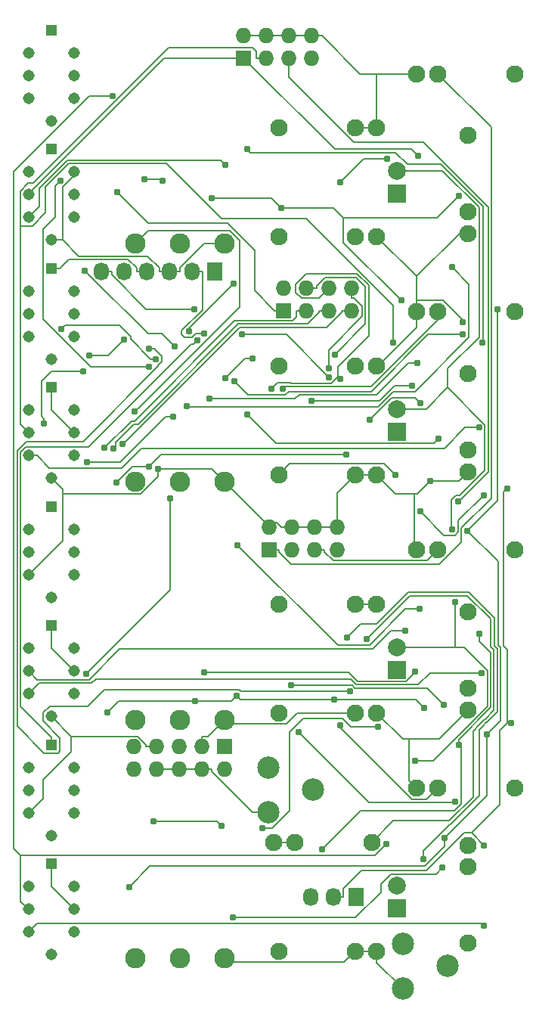
<source format=gbr>
G04 #@! TF.GenerationSoftware,KiCad,Pcbnew,(6.0.0-rc1-dev-1542-gf9f87b3ff-dirty)*
G04 #@! TF.CreationDate,2019-02-04T09:30:53-08:00
G04 #@! TF.ProjectId,qplfo_v22,71706c66-6f5f-4763-9232-2e6b69636164,rev?*
G04 #@! TF.SameCoordinates,PX1329208PY7e341b0*
G04 #@! TF.FileFunction,Copper,L2,Bot*
G04 #@! TF.FilePolarity,Positive*
%FSLAX46Y46*%
G04 Gerber Fmt 4.6, Leading zero omitted, Abs format (unit mm)*
G04 Created by KiCad (PCBNEW (6.0.0-rc1-dev-1542-gf9f87b3ff-dirty)) date Monday, 04 February 2019 at 09:30:53*
%MOMM*%
%LPD*%
G04 APERTURE LIST*
%ADD10C,1.930400*%
%ADD11R,1.727200X2.032000*%
%ADD12O,1.727200X2.032000*%
%ADD13C,2.286000*%
%ADD14C,2.499360*%
%ADD15C,1.308000*%
%ADD16R,1.308000X1.308000*%
%ADD17C,2.000000*%
%ADD18R,2.000000X2.000000*%
%ADD19R,1.727200X1.727200*%
%ADD20O,1.727200X1.727200*%
%ADD21C,0.787400*%
%ADD22C,0.180400*%
%ADD23C,0.180340*%
G04 APERTURE END LIST*
D10*
X52451000Y97409000D03*
X52451000Y86436200D03*
X52451000Y88849200D03*
X52451000Y70739000D03*
X52451000Y59766200D03*
X52451000Y62179200D03*
X52451000Y44069000D03*
X52451000Y33096200D03*
X52451000Y35509200D03*
X52451000Y6985000D03*
X52451000Y17957800D03*
X52451000Y15544800D03*
X57658000Y104317800D03*
X46685200Y104317800D03*
X49098200Y104317800D03*
X57658000Y77724000D03*
X46685200Y77724000D03*
X49098200Y77724000D03*
X57658000Y51054000D03*
X46685200Y51054000D03*
X49098200Y51054000D03*
X57658000Y24384000D03*
X46685200Y24384000D03*
X49098200Y24384000D03*
X31242000Y86106000D03*
X42214800Y86106000D03*
X39801800Y86106000D03*
X31242000Y59436000D03*
X42214800Y59436000D03*
X39801800Y59436000D03*
X31242000Y32766000D03*
X42214800Y32766000D03*
X39801800Y32766000D03*
X31242000Y6096000D03*
X42214800Y6096000D03*
X39801800Y6096000D03*
X31242000Y98298000D03*
X42214800Y98298000D03*
X39801800Y98298000D03*
X31242000Y71628000D03*
X42214800Y71628000D03*
X39801800Y71628000D03*
X31242000Y44958000D03*
X42214800Y44958000D03*
X39801800Y44958000D03*
X41656000Y18288000D03*
X30683200Y18288000D03*
X33096200Y18288000D03*
D11*
X39916100Y12179000D03*
D12*
X37376100Y12179000D03*
X34836100Y12179000D03*
D13*
X25193000Y85344000D03*
X20193000Y85344000D03*
X15193000Y85344000D03*
X25193000Y58674000D03*
X20193000Y58674000D03*
X15193000Y58674000D03*
X25193000Y32004000D03*
X20193000Y32004000D03*
X15193000Y32004000D03*
X25193000Y5334000D03*
X20193000Y5334000D03*
X15193000Y5334000D03*
D14*
X50126920Y4419640D03*
X45128200Y1920280D03*
X45128200Y6919000D03*
X35090120Y24180640D03*
X30091400Y21681280D03*
X30091400Y26680000D03*
D15*
X8331200Y39980000D03*
X8331200Y37440000D03*
X8331200Y34900000D03*
X3251200Y39980000D03*
X3251200Y37440000D03*
X3251200Y34900000D03*
X5791200Y32360000D03*
D16*
X5791200Y42520000D03*
D15*
X8331200Y13310000D03*
X8331200Y10770000D03*
X8331200Y8230000D03*
X3251200Y13310000D03*
X3251200Y10770000D03*
X3251200Y8230000D03*
X5791200Y5690000D03*
D16*
X5791200Y15850000D03*
D15*
X8331200Y93319600D03*
X8331200Y90779600D03*
X8331200Y88239600D03*
X3251200Y93319600D03*
X3251200Y90779600D03*
X3251200Y88239600D03*
X5791200Y85699600D03*
D16*
X5791200Y95859600D03*
D15*
X8331200Y66649600D03*
X8331200Y64109600D03*
X8331200Y61569600D03*
X3251200Y66649600D03*
X3251200Y64109600D03*
X3251200Y61569600D03*
X5791200Y59029600D03*
D16*
X5791200Y69189600D03*
D15*
X8331200Y106680000D03*
X8331200Y104140000D03*
X8331200Y101600000D03*
X3251200Y106680000D03*
X3251200Y104140000D03*
X3251200Y101600000D03*
X5791200Y99060000D03*
D16*
X5791200Y109220000D03*
D15*
X8331200Y80010000D03*
X8331200Y77470000D03*
X8331200Y74930000D03*
X3251200Y80010000D03*
X3251200Y77470000D03*
X3251200Y74930000D03*
X5791200Y72390000D03*
D16*
X5791200Y82550000D03*
D15*
X8331200Y53340000D03*
X8331200Y50800000D03*
X8331200Y48260000D03*
X3251200Y53340000D03*
X3251200Y50800000D03*
X3251200Y48260000D03*
X5791200Y45720000D03*
D16*
X5791200Y55880000D03*
D15*
X8331200Y26670000D03*
X8331200Y24130000D03*
X8331200Y21590000D03*
X3251200Y26670000D03*
X3251200Y24130000D03*
X3251200Y21590000D03*
X5791200Y19050000D03*
D16*
X5791200Y29210000D03*
D17*
X44450000Y40132000D03*
D18*
X44450000Y37592000D03*
D17*
X44450000Y13462000D03*
D18*
X44450000Y10922000D03*
D17*
X44450000Y93472000D03*
D18*
X44450000Y90932000D03*
D17*
X44450000Y66802000D03*
D18*
X44450000Y64262000D03*
D19*
X25146000Y28981000D03*
D20*
X25146000Y26441000D03*
X22606000Y28981000D03*
X22606000Y26441000D03*
X20066000Y28981000D03*
X20066000Y26441000D03*
X17526000Y28981000D03*
X17526000Y26441000D03*
X14986000Y28981000D03*
X14986000Y26441000D03*
D11*
X24104600Y82219800D03*
D12*
X21564600Y82219800D03*
X19024600Y82219800D03*
X16484600Y82219800D03*
X13944600Y82219800D03*
X11404600Y82219800D03*
D19*
X31820200Y77809600D03*
D20*
X31820200Y80349600D03*
X34360200Y77809600D03*
X34360200Y80349600D03*
X36900200Y77809600D03*
X36900200Y80349600D03*
X39440200Y77809600D03*
X39440200Y80349600D03*
D19*
X30160800Y50992700D03*
D20*
X30160800Y53532700D03*
X32700800Y50992700D03*
X32700800Y53532700D03*
X35240800Y50992700D03*
X35240800Y53532700D03*
X37780800Y50992700D03*
X37780800Y53532700D03*
D19*
X27317700Y106070400D03*
D20*
X27317700Y108610400D03*
X29857700Y106070400D03*
X29857700Y108610400D03*
X32397700Y106070400D03*
X32397700Y108610400D03*
X34937700Y106070400D03*
X34937700Y108610400D03*
D21*
X48183800Y58716600D03*
X17753700Y60123600D03*
X51847500Y76516700D03*
X52387900Y53171500D03*
X55749000Y77985100D03*
X49850800Y18746600D03*
X14495500Y13290000D03*
X54571400Y30386900D03*
X17200200Y20664800D03*
X24837100Y20135200D03*
X15077600Y66482900D03*
X53940900Y37265400D03*
X54213500Y8978600D03*
X25307400Y94159800D03*
X53687400Y64754300D03*
X12726600Y62408300D03*
X13756100Y62886700D03*
X13157200Y91084396D03*
X11746800Y62450100D03*
X6846100Y92378800D03*
X16750700Y71495100D03*
X6920200Y75767200D03*
X17488700Y72370700D03*
X9794400Y60855800D03*
X19412000Y65955600D03*
X19093100Y56801200D03*
X9730400Y37179600D03*
X13084400Y58577500D03*
X16722000Y60325800D03*
X38815700Y61713700D03*
X26104900Y9842100D03*
X49593000Y15434200D03*
X51399500Y29176800D03*
X43396900Y94839800D03*
X38123700Y92173400D03*
X54228700Y57162200D03*
X47095300Y55319500D03*
X36106100Y17494400D03*
X53692200Y41605800D03*
X23510000Y67941100D03*
X46819200Y71967200D03*
X21812000Y77981400D03*
X27697400Y66210100D03*
X49133800Y63485600D03*
X32650700Y35875000D03*
X49699400Y33685400D03*
X20980200Y67108400D03*
X50663300Y82659800D03*
X27145500Y75120100D03*
X36885100Y70369600D03*
X16756538Y73555877D03*
X39205800Y35186400D03*
X21219019Y75474814D03*
X26181200Y80814400D03*
X50673600Y53335700D03*
X51042900Y45210400D03*
X46525000Y27422100D03*
X9566000Y82277900D03*
X19557700Y73829000D03*
X13919200Y74574400D03*
X10058400Y72821800D03*
X9347200Y70993000D03*
X4953000Y65151000D03*
X22104086Y74437484D03*
X31701600Y69050000D03*
X38124500Y31410900D03*
X54214000Y17942700D03*
X56818200Y57922300D03*
X57262800Y31648500D03*
X54048200Y74243700D03*
X27686000Y95915700D03*
X37531700Y72887400D03*
X30413700Y69048800D03*
X38146900Y70165900D03*
X36852400Y71377700D03*
X46856700Y95150400D03*
X45434200Y41980200D03*
X51331300Y56442300D03*
X12628500Y101833000D03*
X43343100Y18106400D03*
X44062000Y74250900D03*
X47030100Y44419300D03*
X26667000Y51559500D03*
X33461700Y30644300D03*
X50978300Y22809700D03*
X25238500Y70246100D03*
X28321000Y72483200D03*
X26256100Y69927400D03*
X51874700Y75120900D03*
X46167000Y69411300D03*
X34962200Y67735700D03*
X47083900Y67471300D03*
X41452200Y65628100D03*
X47434700Y16436900D03*
X38897900Y41231300D03*
X46539300Y37368900D03*
X22903200Y37287300D03*
X44340000Y59433800D03*
X29410300Y19842400D03*
X42416400Y31213200D03*
X41084600Y41073400D03*
X21882800Y34082300D03*
X37424400Y34252800D03*
X12086300Y32863900D03*
X44965300Y78952400D03*
X47526900Y33325100D03*
X26544000Y34713800D03*
X23779100Y90404300D03*
X31545200Y89324100D03*
X51432900Y90652500D03*
X18262600Y92354400D03*
X16205200Y92532200D03*
X22874500Y75259600D03*
D22*
X32397700Y108610400D02*
X29857700Y108610400D01*
X29857700Y108610400D02*
X27317700Y108610400D01*
X32397700Y108610400D02*
X34937700Y108610400D01*
X34937700Y108610400D02*
X36072000Y108610400D01*
X17526000Y26441000D02*
X20066000Y26441000D01*
X42214800Y4833700D02*
X42214800Y6096000D01*
X45128200Y1920300D02*
X42214800Y4833700D01*
X20066000Y26441000D02*
X22606000Y26441000D01*
X28287300Y21681300D02*
X30091400Y21681300D01*
X23740300Y26228300D02*
X28287300Y21681300D01*
X23740300Y26441000D02*
X23740300Y26228300D01*
X22606000Y26441000D02*
X23740300Y26441000D01*
X33096200Y18288000D02*
X30683200Y18288000D01*
X39801800Y44958000D02*
X42214800Y44958000D01*
X42214800Y104317800D02*
X46685200Y104317800D01*
X39801800Y59436000D02*
X42214800Y59436000D01*
X40364600Y104317800D02*
X42214800Y104317800D01*
X36072000Y108610400D02*
X40364600Y104317800D01*
X7084800Y85699600D02*
X5791200Y85699600D01*
X8867000Y83917400D02*
X7084800Y85699600D01*
X16547200Y83917400D02*
X8867000Y83917400D01*
X17890300Y82574300D02*
X16547200Y83917400D01*
X17890300Y82219800D02*
X17890300Y82574300D01*
X18457500Y82219800D02*
X17890300Y82219800D01*
X18457500Y82219800D02*
X19024600Y82219800D01*
X22928600Y85344000D02*
X25193000Y85344000D01*
X20158900Y82574300D02*
X22928600Y85344000D01*
X20158900Y82219800D02*
X20158900Y82574300D01*
X19024600Y82219800D02*
X20158900Y82219800D01*
X51401400Y58716600D02*
X48183800Y58716600D01*
X52451000Y59766200D02*
X51401400Y58716600D01*
X32700800Y53532700D02*
X35240800Y53532700D01*
X38565900Y4860100D02*
X39801800Y6096000D01*
X25666900Y4860100D02*
X38565900Y4860100D01*
X25193000Y5334000D02*
X25666900Y4860100D01*
X39801800Y6096000D02*
X42214800Y6096000D01*
X42214800Y98298000D02*
X42214800Y104317800D01*
X42214800Y98298000D02*
X39801800Y98298000D01*
X30160800Y53532700D02*
X30160800Y54099900D01*
X30999300Y54099900D02*
X31566500Y53532700D01*
X30160800Y54099900D02*
X30999300Y54099900D01*
X32700800Y53532700D02*
X31566500Y53532700D01*
X17526000Y28981000D02*
X16391700Y28981000D01*
X4866400Y23205200D02*
X3251200Y21590000D01*
X4866400Y25262300D02*
X4866400Y23205200D01*
X8035900Y28431800D02*
X4866400Y25262300D01*
X8035900Y30115300D02*
X8035900Y28431800D01*
X5791200Y32360000D02*
X8035900Y30115300D01*
X16391700Y29193800D02*
X16391700Y28981000D01*
X15470200Y30115300D02*
X16391700Y29193800D01*
X8035900Y30115300D02*
X15470200Y30115300D01*
X29767100Y54099900D02*
X30160800Y54099900D01*
X25193000Y58674000D02*
X29767100Y54099900D01*
X8331200Y92924200D02*
X8331200Y93319600D01*
X7084800Y91677800D02*
X8331200Y92924200D01*
X7084800Y85699600D02*
X7084800Y91677800D01*
X35240800Y53532700D02*
X37780800Y53532700D01*
X37780800Y57415000D02*
X39801800Y59436000D01*
X37780800Y53532700D02*
X37780800Y57415000D01*
X46397700Y51341500D02*
X46685200Y51054000D01*
X46397700Y57305700D02*
X46397700Y51341500D01*
X46772900Y57305700D02*
X46397700Y57305700D01*
X48183800Y58716600D02*
X46772900Y57305700D01*
X44345100Y57305700D02*
X42214800Y59436000D01*
X46397700Y57305700D02*
X44345100Y57305700D01*
X45860600Y25208600D02*
X46685200Y24384000D01*
X45860600Y29839700D02*
X45860600Y25208600D01*
X45141100Y29839700D02*
X45860600Y29839700D01*
X42214800Y32766000D02*
X45141100Y29839700D01*
X49194500Y29839700D02*
X52451000Y33096200D01*
X45860600Y29839700D02*
X49194500Y29839700D01*
X7052700Y57768100D02*
X7052700Y57250900D01*
X5791200Y59029600D02*
X7052700Y57768100D01*
X7052700Y52061500D02*
X3251200Y48260000D01*
X7052700Y57250900D02*
X7052700Y52061500D01*
X23743400Y60123600D02*
X17753700Y60123600D01*
X25193000Y58674000D02*
X23743400Y60123600D01*
X17753700Y59219900D02*
X17753700Y60123600D01*
X15784700Y57250900D02*
X17753700Y59219900D01*
X7052700Y57250900D02*
X15784700Y57250900D01*
X23304300Y30115300D02*
X25193000Y32004000D01*
X22606000Y30115300D02*
X23304300Y30115300D01*
X22606000Y28981000D02*
X22606000Y30115300D01*
X25667000Y31530000D02*
X25193000Y32004000D01*
X32094400Y31530000D02*
X25667000Y31530000D01*
X33330400Y32766000D02*
X32094400Y31530000D01*
X39801800Y32766000D02*
X33330400Y32766000D01*
X46685200Y75929900D02*
X46685200Y77724000D01*
X42383300Y71628000D02*
X46685200Y75929900D01*
X42214800Y71628000D02*
X42383300Y71628000D01*
X51847400Y76516700D02*
X51847500Y76516700D01*
X51847400Y76761200D02*
X51847400Y76516700D01*
X49642800Y78965800D02*
X51847400Y76761200D01*
X46685200Y78965800D02*
X49642800Y78965800D01*
X46685200Y77724000D02*
X46685200Y78965800D01*
X51485800Y86436200D02*
X46685200Y81635600D01*
X52451000Y86436200D02*
X51485800Y86436200D01*
X46685200Y78965800D02*
X46685200Y81635600D01*
X46685200Y81635600D02*
X42214800Y86106000D01*
X16809400Y15603900D02*
X14495500Y13290000D01*
X47619000Y15603900D02*
X16809400Y15603900D01*
X49850800Y17835700D02*
X47619000Y15603900D01*
X49850800Y18746600D02*
X49850800Y17835700D01*
X55749000Y56532600D02*
X55749000Y77985100D01*
X52387900Y53171500D02*
X55749000Y56532600D01*
X55820500Y49738900D02*
X52387900Y53171500D01*
X55820500Y40377300D02*
X55820500Y49738900D01*
X56085200Y40112600D02*
X55820500Y40377300D01*
X56085200Y31900700D02*
X56085200Y40112600D01*
X54571400Y30386900D02*
X56085200Y31900700D01*
X54571400Y23467200D02*
X54571400Y30386900D01*
X49850800Y18746600D02*
X54571400Y23467200D01*
X24307500Y20664800D02*
X24837100Y20135200D01*
X17200200Y20664800D02*
X24307500Y20664800D01*
X15471299Y66876599D02*
X15077600Y66482900D01*
X26878100Y85680000D02*
X26878100Y78234232D01*
X16621800Y86772800D02*
X25785300Y86772800D01*
X15193000Y85344000D02*
X16621800Y86772800D01*
X25785300Y86772800D02*
X26878100Y85680000D01*
X15520467Y66876599D02*
X15471299Y66876599D01*
X26878100Y78234232D02*
X15520467Y66876599D01*
X4446900Y36095700D02*
X3251200Y34900000D01*
X10312400Y36095700D02*
X4446900Y36095700D01*
X10756100Y36539400D02*
X10312400Y36095700D01*
X39303000Y36539400D02*
X10756100Y36539400D01*
X39926300Y35916100D02*
X39303000Y36539400D01*
X46841800Y35916100D02*
X39926300Y35916100D01*
X48191100Y37265400D02*
X46841800Y35916100D01*
X53940900Y37265400D02*
X48191100Y37265400D01*
X4196500Y9175300D02*
X3251200Y8230000D01*
X54016800Y9175300D02*
X4196500Y9175300D01*
X54213500Y8978600D02*
X54016800Y9175300D01*
X4437100Y89425500D02*
X3251200Y88239600D01*
X4437100Y91485700D02*
X4437100Y89425500D01*
X7616900Y94665500D02*
X4437100Y91485700D01*
X24801700Y94665500D02*
X7616900Y94665500D01*
X25307400Y94159800D02*
X24801700Y94665500D01*
X53130625Y64754300D02*
X53687400Y64754300D01*
X49799700Y62406400D02*
X52147600Y64754300D01*
X15896600Y62406400D02*
X49799700Y62406400D01*
X13670400Y60180200D02*
X15896600Y62406400D01*
X52147600Y64754300D02*
X53130625Y64754300D01*
X5565495Y60180200D02*
X13670400Y60180200D01*
X3251200Y61569600D02*
X4176095Y61569600D01*
X4176095Y61569600D02*
X5565495Y60180200D01*
X5791200Y39980000D02*
X5791200Y42520000D01*
X8331200Y37440000D02*
X5791200Y39980000D01*
X36900200Y77809600D02*
X35765900Y77809600D01*
X35765900Y77596800D02*
X35765900Y77809600D01*
X34479400Y76310300D02*
X35765900Y77596800D01*
X26729300Y76310300D02*
X34479400Y76310300D01*
X15502500Y65083500D02*
X26729300Y76310300D01*
X15013300Y65083500D02*
X15502500Y65083500D01*
X12996900Y63067100D02*
X15013300Y65083500D01*
X12996900Y62678500D02*
X12996900Y63067100D01*
X12996800Y62678500D02*
X12996900Y62678500D01*
X12726600Y62408300D02*
X12996800Y62678500D01*
X5791200Y13310000D02*
X5791200Y15850000D01*
X8331200Y10770000D02*
X5791200Y13310000D01*
X39440200Y77809600D02*
X38305900Y77809600D01*
X38305900Y77596900D02*
X38305900Y77809600D01*
X36651800Y75942800D02*
X38305900Y77596900D01*
X26872400Y75942800D02*
X36651800Y75942800D01*
X13816300Y62886700D02*
X26872400Y75942800D01*
X13756100Y62886700D02*
X13816300Y62886700D01*
X16664596Y87577000D02*
X13550899Y90690697D01*
X28538200Y84530400D02*
X25491600Y87577000D01*
X28538200Y80047600D02*
X28538200Y84530400D01*
X25491600Y87577000D02*
X16664596Y87577000D01*
X30776200Y77809600D02*
X28538200Y80047600D01*
X31820200Y77809600D02*
X30776200Y77809600D01*
X13550899Y90690697D02*
X13157200Y91084396D01*
X5791200Y66649600D02*
X5791200Y69189600D01*
X8331200Y64109600D02*
X5791200Y66649600D01*
X34360200Y77809600D02*
X33225900Y77809600D01*
X33225900Y77100600D02*
X33225900Y77809600D01*
X32800600Y76675300D02*
X33225900Y77100600D01*
X26308500Y76675300D02*
X32800600Y76675300D01*
X15077600Y65444400D02*
X26308500Y76675300D01*
X14741100Y65444400D02*
X15077600Y65444400D01*
X11746800Y62450100D02*
X14741100Y65444400D01*
X10187400Y71495100D02*
X16750700Y71495100D01*
X4840600Y76841900D02*
X10187400Y71495100D01*
X4840600Y86902400D02*
X4840600Y76841900D01*
X6249600Y88311400D02*
X4840600Y86902400D01*
X6249600Y91782300D02*
X6249600Y88311400D01*
X6846100Y92378800D02*
X6249600Y91782300D01*
X16931925Y72370700D02*
X17488700Y72370700D01*
X14659641Y74642984D02*
X16931925Y72370700D01*
X14659641Y74944037D02*
X14659641Y74642984D01*
X13442779Y76160899D02*
X14659641Y74944037D01*
X7313899Y76160899D02*
X13442779Y76160899D01*
X6920200Y75767200D02*
X7313899Y76160899D01*
X18599800Y65955600D02*
X19412000Y65955600D01*
X13500000Y60855800D02*
X18599800Y65955600D01*
X9794400Y60855800D02*
X13500000Y60855800D01*
X19093100Y46542300D02*
X9730400Y37179600D01*
X19093100Y56801200D02*
X19093100Y46542300D01*
X14832700Y60325800D02*
X13084400Y58577500D01*
X16722000Y60325800D02*
X14832700Y60325800D01*
X18109900Y61713700D02*
X38815700Y61713700D01*
X16722000Y60325800D02*
X18109900Y61713700D01*
X48891500Y14732700D02*
X49593000Y15434200D01*
X43833300Y14732700D02*
X48891500Y14732700D01*
X42677800Y13577200D02*
X43833300Y14732700D01*
X42677800Y12678200D02*
X42677800Y13577200D01*
X39841700Y9842100D02*
X42677800Y12678200D01*
X26104900Y9842100D02*
X39841700Y9842100D01*
X49749200Y52665600D02*
X47095300Y55319500D01*
X50985600Y52665600D02*
X49749200Y52665600D01*
X51362600Y53042600D02*
X50985600Y52665600D01*
X51362600Y54296100D02*
X51362600Y53042600D01*
X54228700Y57162200D02*
X51362600Y54296100D01*
X40790100Y94839800D02*
X43396900Y94839800D01*
X38123700Y92173400D02*
X40790100Y94839800D01*
X40405900Y21794200D02*
X36106100Y17494400D01*
X50914900Y21794200D02*
X40405900Y21794200D01*
X51686800Y22566100D02*
X50914900Y21794200D01*
X51686800Y28889500D02*
X51686800Y22566100D01*
X51399500Y29176800D02*
X51686800Y28889500D01*
X53692200Y40793800D02*
X53692200Y41605800D01*
X55002500Y39483500D02*
X53692200Y40793800D01*
X55002500Y33374400D02*
X55002500Y39483500D01*
X51399500Y29771400D02*
X55002500Y33374400D01*
X51399500Y29176800D02*
X51399500Y29771400D01*
X45792200Y71967200D02*
X46819200Y71967200D01*
X42225200Y68400200D02*
X45792200Y71967200D01*
X33531000Y68400200D02*
X42225200Y68400200D01*
X33071900Y67941100D02*
X33531000Y68400200D01*
X23510000Y67941100D02*
X33071900Y67941100D01*
X11404600Y82219800D02*
X12538900Y82219800D01*
X16422800Y77981400D02*
X21812000Y77981400D01*
X12538900Y81865300D02*
X16422800Y77981400D01*
X12538900Y82219800D02*
X12538900Y81865300D01*
X30916300Y62991200D02*
X27697400Y66210100D01*
X48639400Y62991200D02*
X30916300Y62991200D01*
X49133800Y63485600D02*
X48639400Y62991200D01*
X39456900Y35875000D02*
X32650700Y35875000D01*
X39791600Y35540300D02*
X39456900Y35875000D01*
X47844500Y35540300D02*
X39791600Y35540300D01*
X49699400Y33685400D02*
X47844500Y35540300D01*
X52539100Y80784000D02*
X50663300Y82659800D01*
X52539100Y74791600D02*
X52539100Y80784000D01*
X46494400Y68746900D02*
X52539100Y74791600D01*
X44060500Y68746900D02*
X46494400Y68746900D01*
X42342900Y67029300D02*
X44060500Y68746900D01*
X21059300Y67029300D02*
X42342900Y67029300D01*
X20980200Y67108400D02*
X21059300Y67029300D01*
X32134600Y75120100D02*
X27145500Y75120100D01*
X36885100Y70369600D02*
X32134600Y75120100D01*
X9351200Y63155800D02*
X17774880Y71579480D01*
X17313313Y73555877D02*
X16756538Y73555877D01*
X27011100Y35186400D02*
X26819300Y35378200D01*
X26819300Y35378200D02*
X11742900Y35378200D01*
X18154000Y72080336D02*
X18154000Y72715190D01*
X1954600Y31317600D02*
X1954600Y62113800D01*
X2996600Y63155800D02*
X9351200Y63155800D01*
X1954600Y62113800D02*
X2996600Y63155800D01*
X9893100Y33528400D02*
X5594400Y33528400D01*
X17774880Y71701216D02*
X18154000Y72080336D01*
X39205800Y35186400D02*
X27011100Y35186400D01*
X17774880Y71579480D02*
X17774880Y71701216D01*
X4862400Y32796400D02*
X4862400Y31867800D01*
X11742900Y35378200D02*
X9893100Y33528400D01*
X5594400Y33528400D02*
X4862400Y32796400D01*
X18154000Y72715190D02*
X17313313Y73555877D01*
X6768600Y29961600D02*
X6768600Y28470100D01*
X6768600Y28470100D02*
X6583700Y28285200D01*
X6583700Y28285200D02*
X4987000Y28285200D01*
X4987000Y28285200D02*
X1954600Y31317600D01*
X4862400Y31867800D02*
X6768600Y29961600D01*
X26181200Y80814400D02*
X21219019Y75852219D01*
X21219019Y75852219D02*
X21219019Y75474814D01*
X47791100Y66802000D02*
X50188300Y69199200D01*
X44450000Y66802000D02*
X47791100Y66802000D01*
X51042900Y40132000D02*
X51042900Y45210400D01*
X44450000Y40132000D02*
X51042900Y40132000D01*
X48527900Y27422100D02*
X46525000Y27422100D01*
X54639200Y33533400D02*
X48527900Y27422100D01*
X54639200Y37506900D02*
X54639200Y33533400D01*
X52014100Y40132000D02*
X54639200Y37506900D01*
X51042900Y40132000D02*
X52014100Y40132000D01*
X50188300Y71323400D02*
X50188300Y69199200D01*
X53687800Y74822900D02*
X50188300Y71323400D01*
X53687800Y89371200D02*
X53687800Y74822900D01*
X49587000Y93472000D02*
X53687800Y89371200D01*
X44450000Y93472000D02*
X49587000Y93472000D01*
X50601600Y53407700D02*
X50673600Y53335700D01*
X50601600Y56652200D02*
X50601600Y53407700D01*
X51056100Y57106700D02*
X50601600Y56652200D01*
X51539400Y57106700D02*
X51056100Y57106700D01*
X54351800Y59919100D02*
X51539400Y57106700D01*
X54351800Y65035700D02*
X54351800Y59919100D01*
X50188300Y69199200D02*
X54351800Y65035700D01*
X9959699Y81884201D02*
X9566000Y82277900D01*
X18148059Y75238641D02*
X16605259Y75238641D01*
X19557700Y73829000D02*
X18148059Y75238641D01*
X16605259Y75238641D02*
X9959699Y81884201D01*
X7722300Y83556400D02*
X6715900Y82550000D01*
X14368200Y83556400D02*
X7722300Y83556400D01*
X15350300Y82574300D02*
X14368200Y83556400D01*
X15350300Y82219800D02*
X15350300Y82574300D01*
X16484600Y82219800D02*
X15350300Y82219800D01*
X5791200Y82550000D02*
X6715900Y82550000D01*
D23*
X10058400Y72821800D02*
X12166600Y72821800D01*
X12166600Y72821800D02*
X13919200Y74574400D01*
X5825080Y71018400D02*
X9321800Y71018400D01*
X9321800Y71018400D02*
X9347200Y70993000D01*
X4673600Y65987175D02*
X4673600Y69866920D01*
X4673600Y69866920D02*
X5825080Y71018400D01*
X4953000Y65151000D02*
X4953000Y65707775D01*
X4953000Y65707775D02*
X4673600Y65987175D01*
D22*
X21710387Y74043785D02*
X22104086Y74437484D01*
X21442521Y74043785D02*
X21710387Y74043785D01*
X9979216Y62580480D02*
X21442521Y74043785D01*
X2949980Y62580480D02*
X9979216Y62580480D01*
X2315600Y61946100D02*
X2949980Y62580480D01*
X2315600Y33520000D02*
X2315600Y61946100D01*
X5791200Y30044400D02*
X2315600Y33520000D01*
X5791200Y29210000D02*
X5791200Y30044400D01*
X31949200Y69297600D02*
X31701600Y69050000D01*
X41654000Y69297600D02*
X31949200Y69297600D01*
X49098200Y76741800D02*
X41654000Y69297600D01*
X49098200Y77724000D02*
X49098200Y76741800D01*
X47849000Y49804800D02*
X49098200Y51054000D01*
X37350300Y49804800D02*
X47849000Y49804800D01*
X36375100Y50780000D02*
X37350300Y49804800D01*
X36375100Y50992700D02*
X36375100Y50780000D01*
X35240800Y50992700D02*
X36375100Y50992700D01*
X47822200Y23108000D02*
X49098200Y24384000D01*
X46152500Y23108000D02*
X47822200Y23108000D01*
X38124500Y31136000D02*
X46152500Y23108000D01*
X38124500Y31410900D02*
X38124500Y31136000D01*
X30160800Y50992700D02*
X31295100Y50992700D01*
X31295100Y50780000D02*
X31295100Y50992700D01*
X32644800Y49430300D02*
X31295100Y50780000D01*
X49274800Y49430300D02*
X32644800Y49430300D01*
X51723500Y51879000D02*
X49274800Y49430300D01*
X51723500Y53446700D02*
X51723500Y51879000D01*
X55073600Y56796800D02*
X51723500Y53446700D01*
X55073600Y98342400D02*
X55073600Y56796800D01*
X49098200Y104317800D02*
X55073600Y98342400D01*
X37376100Y12179000D02*
X38510400Y12179000D01*
X52832800Y19323900D02*
X54214000Y17942700D01*
X56849700Y31648500D02*
X57262800Y31648500D01*
X55987700Y30786500D02*
X56849700Y31648500D01*
X55987700Y22478800D02*
X55987700Y30786500D01*
X52832800Y19323900D02*
X55987700Y22478800D01*
X52026900Y19323900D02*
X52832800Y19323900D01*
X47800400Y15097400D02*
X52026900Y19323900D01*
X40507200Y15097400D02*
X47800400Y15097400D01*
X38510400Y13100600D02*
X40507200Y15097400D01*
X38510400Y12179000D02*
X38510400Y13100600D01*
X54134000Y74329500D02*
X54048200Y74243700D01*
X54134000Y89458500D02*
X54134000Y74329500D01*
X49422100Y94170400D02*
X54134000Y89458500D01*
X45686400Y94170400D02*
X49422100Y94170400D01*
X44352500Y95504300D02*
X45686400Y94170400D01*
X28097400Y95504300D02*
X44352500Y95504300D01*
X27686000Y95915700D02*
X28097400Y95504300D01*
X56422000Y57526100D02*
X56818200Y57922300D01*
X56422000Y40286300D02*
X56422000Y57526100D01*
X56849700Y39858600D02*
X56422000Y40286300D01*
X56849700Y31648500D02*
X56849700Y39858600D01*
X34360200Y80349600D02*
X35494500Y80349600D01*
X40970300Y76326000D02*
X37531700Y72887400D01*
X40970300Y80473700D02*
X40970300Y76326000D01*
X39957600Y81486400D02*
X40970300Y80473700D01*
X36418600Y81486400D02*
X39957600Y81486400D01*
X35494500Y80562300D02*
X36418600Y81486400D01*
X35494500Y80349600D02*
X35494500Y80562300D01*
X37905500Y71535500D02*
X37905500Y70407300D01*
X41334900Y74964900D02*
X37905500Y71535500D01*
X41334900Y80619600D02*
X41334900Y74964900D01*
X40041200Y81913300D02*
X41334900Y80619600D01*
X34315100Y81913300D02*
X40041200Y81913300D01*
X33176700Y80774900D02*
X34315100Y81913300D01*
X33176700Y79853800D02*
X33176700Y80774900D01*
X33815300Y79215200D02*
X33176700Y79853800D01*
X35765800Y79215200D02*
X33815300Y79215200D01*
X36900200Y80349600D02*
X35765800Y79215200D01*
X31100400Y69735500D02*
X30413700Y69048800D01*
X32524000Y69735500D02*
X31100400Y69735500D01*
X32600900Y69658600D02*
X32524000Y69735500D01*
X37156800Y69658600D02*
X32600900Y69658600D01*
X37905500Y70407300D02*
X37156800Y69658600D01*
X37905500Y70407300D02*
X38146900Y70165900D01*
X39440200Y80349600D02*
X39440200Y79215300D01*
X36852400Y73407000D02*
X36852400Y71377700D01*
X40594700Y77149300D02*
X36852400Y73407000D01*
X40594700Y78273500D02*
X40594700Y77149300D01*
X39652900Y79215300D02*
X40594700Y78273500D01*
X39440200Y79215300D02*
X39652900Y79215300D01*
X18437000Y106070400D02*
X27317700Y106070400D01*
X3251200Y90884600D02*
X18437000Y106070400D01*
X3251200Y90779600D02*
X3251200Y90884600D01*
X46141900Y95865200D02*
X46856700Y95150400D01*
X37522900Y95865200D02*
X46141900Y95865200D01*
X27317700Y106070400D02*
X37522900Y95865200D01*
X45434200Y41980100D02*
X45434200Y41980200D01*
X43771900Y41980100D02*
X45434200Y41980100D01*
X41744800Y39953000D02*
X43771900Y41980100D01*
X13443500Y39953000D02*
X41744800Y39953000D01*
X9991200Y36500700D02*
X13443500Y39953000D01*
X4190500Y36500700D02*
X9991200Y36500700D01*
X3251200Y37440000D02*
X4190500Y36500700D01*
X51412200Y56442300D02*
X51331300Y56442300D01*
X54712700Y59742800D02*
X51412200Y56442300D01*
X54712700Y89399100D02*
X54712700Y59742800D01*
X47490600Y96621200D02*
X54712700Y89399100D01*
X39697500Y96621200D02*
X47490600Y96621200D01*
X32397700Y103921000D02*
X39697500Y96621200D01*
X32397700Y106070400D02*
X32397700Y103921000D01*
X42052700Y16816000D02*
X43343100Y18106400D01*
X2326200Y16816000D02*
X42052700Y16816000D01*
X2326200Y11695000D02*
X2326200Y16816000D01*
X3251200Y10770000D02*
X2326200Y11695000D01*
X10024400Y101833000D02*
X12628500Y101833000D01*
X1561100Y93369700D02*
X10024400Y101833000D01*
X1561100Y17581100D02*
X1561100Y93369700D01*
X2326200Y16816000D02*
X1561100Y17581100D01*
X29857700Y106070400D02*
X28723400Y106070400D01*
X2298100Y91175300D02*
X2298100Y87289200D01*
X3172400Y92049600D02*
X2298100Y91175300D01*
X3800600Y92049600D02*
X3172400Y92049600D01*
X18963700Y107212700D02*
X3800600Y92049600D01*
X28290000Y107212700D02*
X18963700Y107212700D01*
X28723400Y106779300D02*
X28290000Y107212700D01*
X28723400Y106070400D02*
X28723400Y106779300D01*
X2298100Y65062700D02*
X3251200Y64109600D01*
X2298100Y87289200D02*
X2298100Y65062700D01*
X44062000Y78403000D02*
X44062000Y74250900D01*
X34371000Y88094000D02*
X44062000Y78403000D01*
X24843300Y88094000D02*
X34371000Y88094000D01*
X18656700Y94280600D02*
X24843300Y88094000D01*
X7742500Y94280600D02*
X18656700Y94280600D01*
X5159000Y91697100D02*
X7742500Y94280600D01*
X5159000Y88801300D02*
X5159000Y91697100D01*
X3646900Y87289200D02*
X5159000Y88801300D01*
X2298100Y87289200D02*
X3646900Y87289200D01*
X45443400Y44419300D02*
X47030100Y44419300D01*
X41402100Y40378000D02*
X45443400Y44419300D01*
X37848500Y40378000D02*
X41402100Y40378000D01*
X26667000Y51559500D02*
X37848500Y40378000D01*
X41359000Y22747000D02*
X33461700Y30644300D01*
X50915600Y22747000D02*
X41359000Y22747000D01*
X50978300Y22809700D02*
X50915600Y22747000D01*
X27475600Y72483200D02*
X25238500Y70246100D01*
X28321000Y72483200D02*
X27475600Y72483200D01*
X47987800Y75120900D02*
X51874700Y75120900D01*
X41628100Y68761200D02*
X47987800Y75120900D01*
X32352500Y68761200D02*
X41628100Y68761200D01*
X31975700Y68384400D02*
X32352500Y68761200D01*
X27799100Y68384400D02*
X31975700Y68384400D01*
X26256100Y69927400D02*
X27799100Y68384400D01*
X42538800Y67735700D02*
X34962200Y67735700D01*
X44214400Y69411300D02*
X42538800Y67735700D01*
X46167000Y69411300D02*
X44214400Y69411300D01*
X46482400Y68072800D02*
X47083900Y67471300D01*
X43896900Y68072800D02*
X46482400Y68072800D01*
X41452200Y65628100D02*
X43896900Y68072800D01*
X47434700Y17352200D02*
X47434700Y16436900D01*
X50407500Y20325000D02*
X47434700Y17352200D01*
X50506000Y20325000D02*
X50407500Y20325000D01*
X53728400Y23547400D02*
X50506000Y20325000D01*
X53728400Y30898700D02*
X53728400Y23547400D01*
X54108900Y31279200D02*
X53728400Y30898700D01*
X54108900Y31335800D02*
X54108900Y31279200D01*
X54498100Y31725000D02*
X54108900Y31335800D01*
X54554700Y31725000D02*
X54498100Y31725000D01*
X55724300Y32894600D02*
X54554700Y31725000D01*
X55724300Y39963000D02*
X55724300Y32894600D01*
X55411300Y40276000D02*
X55724300Y39963000D01*
X55411300Y43402600D02*
X55411300Y40276000D01*
X52516200Y46297700D02*
X55411300Y43402600D01*
X45731100Y46297700D02*
X52516200Y46297700D01*
X42163400Y42730000D02*
X45731100Y46297700D01*
X40396600Y42730000D02*
X42163400Y42730000D01*
X38897900Y41231300D02*
X40396600Y42730000D01*
X39065600Y37287300D02*
X22903200Y37287300D01*
X40075900Y36277000D02*
X39065600Y37287300D01*
X45525500Y36277000D02*
X40075900Y36277000D01*
X46539300Y37290800D02*
X45525500Y36277000D01*
X46539300Y37368900D02*
X46539300Y37290800D01*
X43090800Y60683000D02*
X44340000Y59433800D01*
X32489000Y60683000D02*
X43090800Y60683000D01*
X31242000Y59436000D02*
X32489000Y60683000D01*
X39306400Y31213200D02*
X42416400Y31213200D01*
X38402100Y32117500D02*
X39306400Y31213200D01*
X33970900Y32117500D02*
X38402100Y32117500D01*
X32455400Y30602000D02*
X33970900Y32117500D01*
X32455400Y21786900D02*
X32455400Y30602000D01*
X30510900Y19842400D02*
X32455400Y21786900D01*
X29410300Y19842400D02*
X30510900Y19842400D01*
X44053900Y20685900D02*
X41656000Y18288000D01*
X50356400Y20685900D02*
X44053900Y20685900D01*
X53006500Y23336000D02*
X50356400Y20685900D01*
X53006500Y30687300D02*
X53006500Y23336000D01*
X53748000Y31428800D02*
X53006500Y30687300D01*
X53748000Y31485400D02*
X53748000Y31428800D01*
X54348500Y32085900D02*
X53748000Y31485400D01*
X54405100Y32085900D02*
X54348500Y32085900D01*
X55363400Y33044200D02*
X54405100Y32085900D01*
X55363400Y39813300D02*
X55363400Y33044200D01*
X55002500Y40174200D02*
X55363400Y39813300D01*
X55002500Y43300900D02*
X55002500Y40174200D01*
X52400600Y45902800D02*
X55002500Y43300900D01*
X45914000Y45902800D02*
X52400600Y45902800D01*
X41084600Y41073400D02*
X45914000Y45902800D01*
X46599200Y34252800D02*
X47526900Y33325100D01*
X37424400Y34252800D02*
X46599200Y34252800D01*
X13304700Y34082300D02*
X21882800Y34082300D01*
X12086300Y32863900D02*
X13304700Y34082300D01*
X25912500Y34082300D02*
X26544000Y34713800D01*
X21882800Y34082300D02*
X25912500Y34082300D01*
X27005000Y34252800D02*
X37424400Y34252800D01*
X26544000Y34713800D02*
X27005000Y34252800D01*
X30465000Y90404300D02*
X31545200Y89324100D01*
X23779100Y90404300D02*
X30465000Y90404300D01*
X38521600Y85396100D02*
X38521600Y88215200D01*
X44965300Y78952400D02*
X38521600Y85396100D01*
X37412700Y89324100D02*
X38521600Y88215200D01*
X31545200Y89324100D02*
X37412700Y89324100D01*
X48995600Y88215200D02*
X51432900Y90652500D01*
X38521600Y88215200D02*
X48995600Y88215200D01*
D23*
X16205200Y92532200D02*
X18084800Y92532200D01*
X18084800Y92532200D02*
X18262600Y92354400D01*
X20345400Y75133200D02*
X20667997Y74810603D01*
X20667997Y74810603D02*
X21537841Y74810603D01*
X20345400Y75438000D02*
X20345400Y75133200D01*
X21987438Y75260200D02*
X21537841Y74810603D01*
X22860000Y75260200D02*
X21987438Y75260200D01*
D22*
X20345400Y75540600D02*
X20345400Y75438000D01*
X22698900Y82219800D02*
X22698900Y77894100D01*
X21564600Y82219800D02*
X22698900Y82219800D01*
X22698900Y77894100D02*
X20345400Y75540600D01*
M02*

</source>
